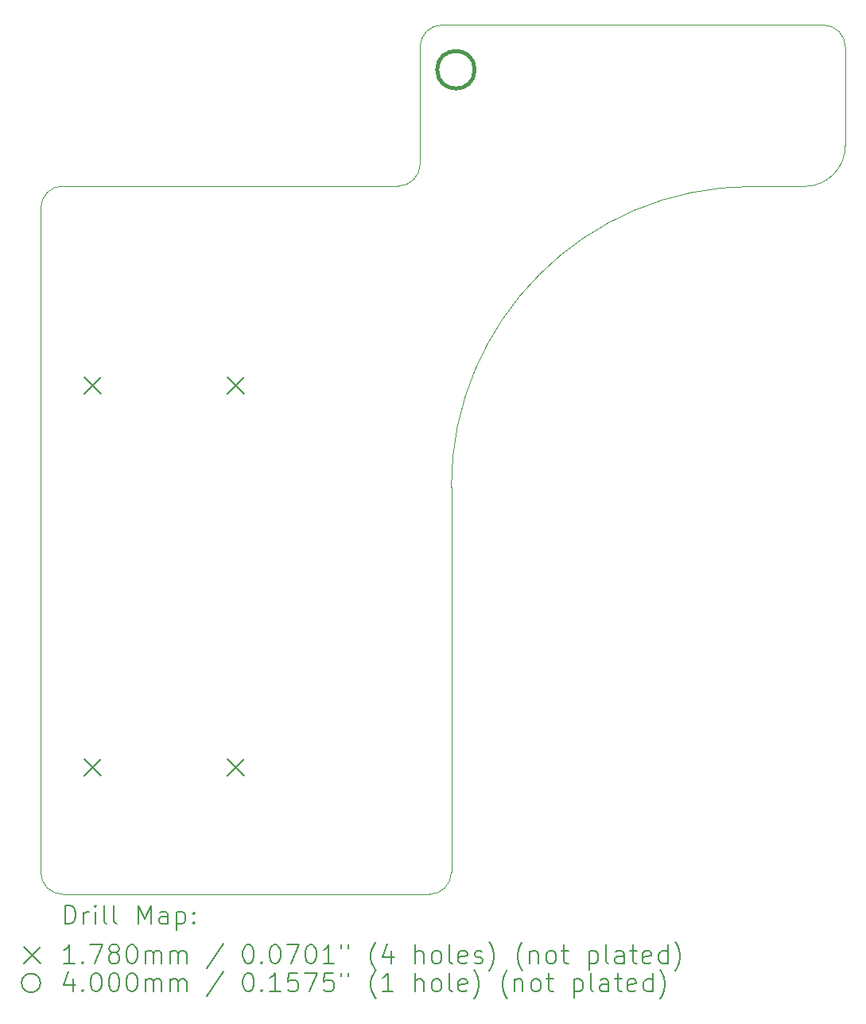
<source format=gbr>
%TF.GenerationSoftware,KiCad,Pcbnew,8.0.5*%
%TF.CreationDate,2024-10-27T18:20:26+00:00*%
%TF.ProjectId,Oric-PS2USB,4f726963-2d50-4533-9255-53422e6b6963,rev?*%
%TF.SameCoordinates,Original*%
%TF.FileFunction,Drillmap*%
%TF.FilePolarity,Positive*%
%FSLAX45Y45*%
G04 Gerber Fmt 4.5, Leading zero omitted, Abs format (unit mm)*
G04 Created by KiCad (PCBNEW 8.0.5) date 2024-10-27 18:20:26*
%MOMM*%
%LPD*%
G01*
G04 APERTURE LIST*
%ADD10C,0.100000*%
%ADD11C,0.200000*%
%ADD12C,0.178000*%
%ADD13C,0.400000*%
G04 APERTURE END LIST*
D10*
X10963036Y-2218000D02*
X6902000Y-2218000D01*
X6669000Y-2451000D02*
X6669000Y-3698244D01*
X6669000Y-2451000D02*
G75*
G02*
X6902000Y-2218000I233000J0D01*
G01*
X7001000Y-11137000D02*
X7001244Y-11235244D01*
X7001000Y-7136000D02*
G75*
G02*
X10201000Y-3936000I3200000J0D01*
G01*
X2863756Y-11468244D02*
G75*
G02*
X2630756Y-11235244I0J233000D01*
G01*
X11196036Y-3500964D02*
X11196036Y-2451000D01*
X10963036Y-2218000D02*
G75*
G02*
X11196040Y-2451000I4J-233000D01*
G01*
X7001000Y-7136000D02*
X7001000Y-11137000D01*
X7001244Y-11235244D02*
G75*
G02*
X6768244Y-11468244I-233000J0D01*
G01*
X2630756Y-4164756D02*
G75*
G02*
X2863756Y-3931756I233000J0D01*
G01*
X2863756Y-11468244D02*
X6768244Y-11468244D01*
X11196036Y-3500964D02*
G75*
G02*
X10761000Y-3936000I-435036J0D01*
G01*
X2630756Y-4164756D02*
X2630756Y-11235244D01*
X6669000Y-3698244D02*
G75*
G02*
X6436000Y-3931244I-233000J0D01*
G01*
X6436000Y-3931244D02*
X2863756Y-3931756D01*
X10201000Y-3936000D02*
X10761000Y-3936000D01*
D11*
D12*
X3093000Y-5965000D02*
X3271000Y-6143000D01*
X3271000Y-5965000D02*
X3093000Y-6143000D01*
X3093000Y-10029000D02*
X3271000Y-10207000D01*
X3271000Y-10029000D02*
X3093000Y-10207000D01*
X4617000Y-5965000D02*
X4795000Y-6143000D01*
X4795000Y-5965000D02*
X4617000Y-6143000D01*
X4617000Y-10029000D02*
X4795000Y-10207000D01*
X4795000Y-10029000D02*
X4617000Y-10207000D01*
D13*
X7250000Y-2694000D02*
G75*
G02*
X6850000Y-2694000I-200000J0D01*
G01*
X6850000Y-2694000D02*
G75*
G02*
X7250000Y-2694000I200000J0D01*
G01*
D11*
X2886533Y-11784728D02*
X2886533Y-11584728D01*
X2886533Y-11584728D02*
X2934152Y-11584728D01*
X2934152Y-11584728D02*
X2962723Y-11594252D01*
X2962723Y-11594252D02*
X2981771Y-11613299D01*
X2981771Y-11613299D02*
X2991295Y-11632347D01*
X2991295Y-11632347D02*
X3000818Y-11670442D01*
X3000818Y-11670442D02*
X3000818Y-11699014D01*
X3000818Y-11699014D02*
X2991295Y-11737109D01*
X2991295Y-11737109D02*
X2981771Y-11756156D01*
X2981771Y-11756156D02*
X2962723Y-11775204D01*
X2962723Y-11775204D02*
X2934152Y-11784728D01*
X2934152Y-11784728D02*
X2886533Y-11784728D01*
X3086533Y-11784728D02*
X3086533Y-11651394D01*
X3086533Y-11689490D02*
X3096056Y-11670442D01*
X3096056Y-11670442D02*
X3105580Y-11660918D01*
X3105580Y-11660918D02*
X3124628Y-11651394D01*
X3124628Y-11651394D02*
X3143676Y-11651394D01*
X3210342Y-11784728D02*
X3210342Y-11651394D01*
X3210342Y-11584728D02*
X3200818Y-11594252D01*
X3200818Y-11594252D02*
X3210342Y-11603775D01*
X3210342Y-11603775D02*
X3219866Y-11594252D01*
X3219866Y-11594252D02*
X3210342Y-11584728D01*
X3210342Y-11584728D02*
X3210342Y-11603775D01*
X3334152Y-11784728D02*
X3315104Y-11775204D01*
X3315104Y-11775204D02*
X3305580Y-11756156D01*
X3305580Y-11756156D02*
X3305580Y-11584728D01*
X3438914Y-11784728D02*
X3419866Y-11775204D01*
X3419866Y-11775204D02*
X3410342Y-11756156D01*
X3410342Y-11756156D02*
X3410342Y-11584728D01*
X3667485Y-11784728D02*
X3667485Y-11584728D01*
X3667485Y-11584728D02*
X3734152Y-11727585D01*
X3734152Y-11727585D02*
X3800818Y-11584728D01*
X3800818Y-11584728D02*
X3800818Y-11784728D01*
X3981771Y-11784728D02*
X3981771Y-11679966D01*
X3981771Y-11679966D02*
X3972247Y-11660918D01*
X3972247Y-11660918D02*
X3953199Y-11651394D01*
X3953199Y-11651394D02*
X3915104Y-11651394D01*
X3915104Y-11651394D02*
X3896056Y-11660918D01*
X3981771Y-11775204D02*
X3962723Y-11784728D01*
X3962723Y-11784728D02*
X3915104Y-11784728D01*
X3915104Y-11784728D02*
X3896056Y-11775204D01*
X3896056Y-11775204D02*
X3886533Y-11756156D01*
X3886533Y-11756156D02*
X3886533Y-11737109D01*
X3886533Y-11737109D02*
X3896056Y-11718061D01*
X3896056Y-11718061D02*
X3915104Y-11708537D01*
X3915104Y-11708537D02*
X3962723Y-11708537D01*
X3962723Y-11708537D02*
X3981771Y-11699014D01*
X4077009Y-11651394D02*
X4077009Y-11851394D01*
X4077009Y-11660918D02*
X4096056Y-11651394D01*
X4096056Y-11651394D02*
X4134152Y-11651394D01*
X4134152Y-11651394D02*
X4153199Y-11660918D01*
X4153199Y-11660918D02*
X4162723Y-11670442D01*
X4162723Y-11670442D02*
X4172247Y-11689490D01*
X4172247Y-11689490D02*
X4172247Y-11746633D01*
X4172247Y-11746633D02*
X4162723Y-11765680D01*
X4162723Y-11765680D02*
X4153199Y-11775204D01*
X4153199Y-11775204D02*
X4134152Y-11784728D01*
X4134152Y-11784728D02*
X4096056Y-11784728D01*
X4096056Y-11784728D02*
X4077009Y-11775204D01*
X4257961Y-11765680D02*
X4267485Y-11775204D01*
X4267485Y-11775204D02*
X4257961Y-11784728D01*
X4257961Y-11784728D02*
X4248438Y-11775204D01*
X4248438Y-11775204D02*
X4257961Y-11765680D01*
X4257961Y-11765680D02*
X4257961Y-11784728D01*
X4257961Y-11660918D02*
X4267485Y-11670442D01*
X4267485Y-11670442D02*
X4257961Y-11679966D01*
X4257961Y-11679966D02*
X4248438Y-11670442D01*
X4248438Y-11670442D02*
X4257961Y-11660918D01*
X4257961Y-11660918D02*
X4257961Y-11679966D01*
D12*
X2447756Y-12024244D02*
X2625756Y-12202244D01*
X2625756Y-12024244D02*
X2447756Y-12202244D01*
D11*
X2991295Y-12204728D02*
X2877009Y-12204728D01*
X2934152Y-12204728D02*
X2934152Y-12004728D01*
X2934152Y-12004728D02*
X2915104Y-12033299D01*
X2915104Y-12033299D02*
X2896056Y-12052347D01*
X2896056Y-12052347D02*
X2877009Y-12061871D01*
X3077009Y-12185680D02*
X3086533Y-12195204D01*
X3086533Y-12195204D02*
X3077009Y-12204728D01*
X3077009Y-12204728D02*
X3067485Y-12195204D01*
X3067485Y-12195204D02*
X3077009Y-12185680D01*
X3077009Y-12185680D02*
X3077009Y-12204728D01*
X3153199Y-12004728D02*
X3286533Y-12004728D01*
X3286533Y-12004728D02*
X3200818Y-12204728D01*
X3391295Y-12090442D02*
X3372247Y-12080918D01*
X3372247Y-12080918D02*
X3362723Y-12071394D01*
X3362723Y-12071394D02*
X3353199Y-12052347D01*
X3353199Y-12052347D02*
X3353199Y-12042823D01*
X3353199Y-12042823D02*
X3362723Y-12023775D01*
X3362723Y-12023775D02*
X3372247Y-12014252D01*
X3372247Y-12014252D02*
X3391295Y-12004728D01*
X3391295Y-12004728D02*
X3429390Y-12004728D01*
X3429390Y-12004728D02*
X3448437Y-12014252D01*
X3448437Y-12014252D02*
X3457961Y-12023775D01*
X3457961Y-12023775D02*
X3467485Y-12042823D01*
X3467485Y-12042823D02*
X3467485Y-12052347D01*
X3467485Y-12052347D02*
X3457961Y-12071394D01*
X3457961Y-12071394D02*
X3448437Y-12080918D01*
X3448437Y-12080918D02*
X3429390Y-12090442D01*
X3429390Y-12090442D02*
X3391295Y-12090442D01*
X3391295Y-12090442D02*
X3372247Y-12099966D01*
X3372247Y-12099966D02*
X3362723Y-12109490D01*
X3362723Y-12109490D02*
X3353199Y-12128537D01*
X3353199Y-12128537D02*
X3353199Y-12166633D01*
X3353199Y-12166633D02*
X3362723Y-12185680D01*
X3362723Y-12185680D02*
X3372247Y-12195204D01*
X3372247Y-12195204D02*
X3391295Y-12204728D01*
X3391295Y-12204728D02*
X3429390Y-12204728D01*
X3429390Y-12204728D02*
X3448437Y-12195204D01*
X3448437Y-12195204D02*
X3457961Y-12185680D01*
X3457961Y-12185680D02*
X3467485Y-12166633D01*
X3467485Y-12166633D02*
X3467485Y-12128537D01*
X3467485Y-12128537D02*
X3457961Y-12109490D01*
X3457961Y-12109490D02*
X3448437Y-12099966D01*
X3448437Y-12099966D02*
X3429390Y-12090442D01*
X3591295Y-12004728D02*
X3610342Y-12004728D01*
X3610342Y-12004728D02*
X3629390Y-12014252D01*
X3629390Y-12014252D02*
X3638914Y-12023775D01*
X3638914Y-12023775D02*
X3648437Y-12042823D01*
X3648437Y-12042823D02*
X3657961Y-12080918D01*
X3657961Y-12080918D02*
X3657961Y-12128537D01*
X3657961Y-12128537D02*
X3648437Y-12166633D01*
X3648437Y-12166633D02*
X3638914Y-12185680D01*
X3638914Y-12185680D02*
X3629390Y-12195204D01*
X3629390Y-12195204D02*
X3610342Y-12204728D01*
X3610342Y-12204728D02*
X3591295Y-12204728D01*
X3591295Y-12204728D02*
X3572247Y-12195204D01*
X3572247Y-12195204D02*
X3562723Y-12185680D01*
X3562723Y-12185680D02*
X3553199Y-12166633D01*
X3553199Y-12166633D02*
X3543676Y-12128537D01*
X3543676Y-12128537D02*
X3543676Y-12080918D01*
X3543676Y-12080918D02*
X3553199Y-12042823D01*
X3553199Y-12042823D02*
X3562723Y-12023775D01*
X3562723Y-12023775D02*
X3572247Y-12014252D01*
X3572247Y-12014252D02*
X3591295Y-12004728D01*
X3743676Y-12204728D02*
X3743676Y-12071394D01*
X3743676Y-12090442D02*
X3753199Y-12080918D01*
X3753199Y-12080918D02*
X3772247Y-12071394D01*
X3772247Y-12071394D02*
X3800818Y-12071394D01*
X3800818Y-12071394D02*
X3819866Y-12080918D01*
X3819866Y-12080918D02*
X3829390Y-12099966D01*
X3829390Y-12099966D02*
X3829390Y-12204728D01*
X3829390Y-12099966D02*
X3838914Y-12080918D01*
X3838914Y-12080918D02*
X3857961Y-12071394D01*
X3857961Y-12071394D02*
X3886533Y-12071394D01*
X3886533Y-12071394D02*
X3905580Y-12080918D01*
X3905580Y-12080918D02*
X3915104Y-12099966D01*
X3915104Y-12099966D02*
X3915104Y-12204728D01*
X4010342Y-12204728D02*
X4010342Y-12071394D01*
X4010342Y-12090442D02*
X4019866Y-12080918D01*
X4019866Y-12080918D02*
X4038914Y-12071394D01*
X4038914Y-12071394D02*
X4067485Y-12071394D01*
X4067485Y-12071394D02*
X4086533Y-12080918D01*
X4086533Y-12080918D02*
X4096057Y-12099966D01*
X4096057Y-12099966D02*
X4096057Y-12204728D01*
X4096057Y-12099966D02*
X4105580Y-12080918D01*
X4105580Y-12080918D02*
X4124628Y-12071394D01*
X4124628Y-12071394D02*
X4153199Y-12071394D01*
X4153199Y-12071394D02*
X4172247Y-12080918D01*
X4172247Y-12080918D02*
X4181771Y-12099966D01*
X4181771Y-12099966D02*
X4181771Y-12204728D01*
X4572247Y-11995204D02*
X4400819Y-12252347D01*
X4829390Y-12004728D02*
X4848438Y-12004728D01*
X4848438Y-12004728D02*
X4867485Y-12014252D01*
X4867485Y-12014252D02*
X4877009Y-12023775D01*
X4877009Y-12023775D02*
X4886533Y-12042823D01*
X4886533Y-12042823D02*
X4896057Y-12080918D01*
X4896057Y-12080918D02*
X4896057Y-12128537D01*
X4896057Y-12128537D02*
X4886533Y-12166633D01*
X4886533Y-12166633D02*
X4877009Y-12185680D01*
X4877009Y-12185680D02*
X4867485Y-12195204D01*
X4867485Y-12195204D02*
X4848438Y-12204728D01*
X4848438Y-12204728D02*
X4829390Y-12204728D01*
X4829390Y-12204728D02*
X4810342Y-12195204D01*
X4810342Y-12195204D02*
X4800819Y-12185680D01*
X4800819Y-12185680D02*
X4791295Y-12166633D01*
X4791295Y-12166633D02*
X4781771Y-12128537D01*
X4781771Y-12128537D02*
X4781771Y-12080918D01*
X4781771Y-12080918D02*
X4791295Y-12042823D01*
X4791295Y-12042823D02*
X4800819Y-12023775D01*
X4800819Y-12023775D02*
X4810342Y-12014252D01*
X4810342Y-12014252D02*
X4829390Y-12004728D01*
X4981771Y-12185680D02*
X4991295Y-12195204D01*
X4991295Y-12195204D02*
X4981771Y-12204728D01*
X4981771Y-12204728D02*
X4972247Y-12195204D01*
X4972247Y-12195204D02*
X4981771Y-12185680D01*
X4981771Y-12185680D02*
X4981771Y-12204728D01*
X5115104Y-12004728D02*
X5134152Y-12004728D01*
X5134152Y-12004728D02*
X5153200Y-12014252D01*
X5153200Y-12014252D02*
X5162723Y-12023775D01*
X5162723Y-12023775D02*
X5172247Y-12042823D01*
X5172247Y-12042823D02*
X5181771Y-12080918D01*
X5181771Y-12080918D02*
X5181771Y-12128537D01*
X5181771Y-12128537D02*
X5172247Y-12166633D01*
X5172247Y-12166633D02*
X5162723Y-12185680D01*
X5162723Y-12185680D02*
X5153200Y-12195204D01*
X5153200Y-12195204D02*
X5134152Y-12204728D01*
X5134152Y-12204728D02*
X5115104Y-12204728D01*
X5115104Y-12204728D02*
X5096057Y-12195204D01*
X5096057Y-12195204D02*
X5086533Y-12185680D01*
X5086533Y-12185680D02*
X5077009Y-12166633D01*
X5077009Y-12166633D02*
X5067485Y-12128537D01*
X5067485Y-12128537D02*
X5067485Y-12080918D01*
X5067485Y-12080918D02*
X5077009Y-12042823D01*
X5077009Y-12042823D02*
X5086533Y-12023775D01*
X5086533Y-12023775D02*
X5096057Y-12014252D01*
X5096057Y-12014252D02*
X5115104Y-12004728D01*
X5248438Y-12004728D02*
X5381771Y-12004728D01*
X5381771Y-12004728D02*
X5296057Y-12204728D01*
X5496057Y-12004728D02*
X5515104Y-12004728D01*
X5515104Y-12004728D02*
X5534152Y-12014252D01*
X5534152Y-12014252D02*
X5543676Y-12023775D01*
X5543676Y-12023775D02*
X5553200Y-12042823D01*
X5553200Y-12042823D02*
X5562723Y-12080918D01*
X5562723Y-12080918D02*
X5562723Y-12128537D01*
X5562723Y-12128537D02*
X5553200Y-12166633D01*
X5553200Y-12166633D02*
X5543676Y-12185680D01*
X5543676Y-12185680D02*
X5534152Y-12195204D01*
X5534152Y-12195204D02*
X5515104Y-12204728D01*
X5515104Y-12204728D02*
X5496057Y-12204728D01*
X5496057Y-12204728D02*
X5477009Y-12195204D01*
X5477009Y-12195204D02*
X5467485Y-12185680D01*
X5467485Y-12185680D02*
X5457962Y-12166633D01*
X5457962Y-12166633D02*
X5448438Y-12128537D01*
X5448438Y-12128537D02*
X5448438Y-12080918D01*
X5448438Y-12080918D02*
X5457962Y-12042823D01*
X5457962Y-12042823D02*
X5467485Y-12023775D01*
X5467485Y-12023775D02*
X5477009Y-12014252D01*
X5477009Y-12014252D02*
X5496057Y-12004728D01*
X5753200Y-12204728D02*
X5638914Y-12204728D01*
X5696057Y-12204728D02*
X5696057Y-12004728D01*
X5696057Y-12004728D02*
X5677009Y-12033299D01*
X5677009Y-12033299D02*
X5657961Y-12052347D01*
X5657961Y-12052347D02*
X5638914Y-12061871D01*
X5829390Y-12004728D02*
X5829390Y-12042823D01*
X5905581Y-12004728D02*
X5905581Y-12042823D01*
X6200819Y-12280918D02*
X6191295Y-12271394D01*
X6191295Y-12271394D02*
X6172247Y-12242823D01*
X6172247Y-12242823D02*
X6162723Y-12223775D01*
X6162723Y-12223775D02*
X6153200Y-12195204D01*
X6153200Y-12195204D02*
X6143676Y-12147585D01*
X6143676Y-12147585D02*
X6143676Y-12109490D01*
X6143676Y-12109490D02*
X6153200Y-12061871D01*
X6153200Y-12061871D02*
X6162723Y-12033299D01*
X6162723Y-12033299D02*
X6172247Y-12014252D01*
X6172247Y-12014252D02*
X6191295Y-11985680D01*
X6191295Y-11985680D02*
X6200819Y-11976156D01*
X6362723Y-12071394D02*
X6362723Y-12204728D01*
X6315104Y-11995204D02*
X6267485Y-12138061D01*
X6267485Y-12138061D02*
X6391295Y-12138061D01*
X6619866Y-12204728D02*
X6619866Y-12004728D01*
X6705581Y-12204728D02*
X6705581Y-12099966D01*
X6705581Y-12099966D02*
X6696057Y-12080918D01*
X6696057Y-12080918D02*
X6677009Y-12071394D01*
X6677009Y-12071394D02*
X6648438Y-12071394D01*
X6648438Y-12071394D02*
X6629390Y-12080918D01*
X6629390Y-12080918D02*
X6619866Y-12090442D01*
X6829390Y-12204728D02*
X6810343Y-12195204D01*
X6810343Y-12195204D02*
X6800819Y-12185680D01*
X6800819Y-12185680D02*
X6791295Y-12166633D01*
X6791295Y-12166633D02*
X6791295Y-12109490D01*
X6791295Y-12109490D02*
X6800819Y-12090442D01*
X6800819Y-12090442D02*
X6810343Y-12080918D01*
X6810343Y-12080918D02*
X6829390Y-12071394D01*
X6829390Y-12071394D02*
X6857962Y-12071394D01*
X6857962Y-12071394D02*
X6877009Y-12080918D01*
X6877009Y-12080918D02*
X6886533Y-12090442D01*
X6886533Y-12090442D02*
X6896057Y-12109490D01*
X6896057Y-12109490D02*
X6896057Y-12166633D01*
X6896057Y-12166633D02*
X6886533Y-12185680D01*
X6886533Y-12185680D02*
X6877009Y-12195204D01*
X6877009Y-12195204D02*
X6857962Y-12204728D01*
X6857962Y-12204728D02*
X6829390Y-12204728D01*
X7010343Y-12204728D02*
X6991295Y-12195204D01*
X6991295Y-12195204D02*
X6981771Y-12176156D01*
X6981771Y-12176156D02*
X6981771Y-12004728D01*
X7162724Y-12195204D02*
X7143676Y-12204728D01*
X7143676Y-12204728D02*
X7105581Y-12204728D01*
X7105581Y-12204728D02*
X7086533Y-12195204D01*
X7086533Y-12195204D02*
X7077009Y-12176156D01*
X7077009Y-12176156D02*
X7077009Y-12099966D01*
X7077009Y-12099966D02*
X7086533Y-12080918D01*
X7086533Y-12080918D02*
X7105581Y-12071394D01*
X7105581Y-12071394D02*
X7143676Y-12071394D01*
X7143676Y-12071394D02*
X7162724Y-12080918D01*
X7162724Y-12080918D02*
X7172247Y-12099966D01*
X7172247Y-12099966D02*
X7172247Y-12119014D01*
X7172247Y-12119014D02*
X7077009Y-12138061D01*
X7248438Y-12195204D02*
X7267485Y-12204728D01*
X7267485Y-12204728D02*
X7305581Y-12204728D01*
X7305581Y-12204728D02*
X7324628Y-12195204D01*
X7324628Y-12195204D02*
X7334152Y-12176156D01*
X7334152Y-12176156D02*
X7334152Y-12166633D01*
X7334152Y-12166633D02*
X7324628Y-12147585D01*
X7324628Y-12147585D02*
X7305581Y-12138061D01*
X7305581Y-12138061D02*
X7277009Y-12138061D01*
X7277009Y-12138061D02*
X7257962Y-12128537D01*
X7257962Y-12128537D02*
X7248438Y-12109490D01*
X7248438Y-12109490D02*
X7248438Y-12099966D01*
X7248438Y-12099966D02*
X7257962Y-12080918D01*
X7257962Y-12080918D02*
X7277009Y-12071394D01*
X7277009Y-12071394D02*
X7305581Y-12071394D01*
X7305581Y-12071394D02*
X7324628Y-12080918D01*
X7400819Y-12280918D02*
X7410343Y-12271394D01*
X7410343Y-12271394D02*
X7429390Y-12242823D01*
X7429390Y-12242823D02*
X7438914Y-12223775D01*
X7438914Y-12223775D02*
X7448438Y-12195204D01*
X7448438Y-12195204D02*
X7457962Y-12147585D01*
X7457962Y-12147585D02*
X7457962Y-12109490D01*
X7457962Y-12109490D02*
X7448438Y-12061871D01*
X7448438Y-12061871D02*
X7438914Y-12033299D01*
X7438914Y-12033299D02*
X7429390Y-12014252D01*
X7429390Y-12014252D02*
X7410343Y-11985680D01*
X7410343Y-11985680D02*
X7400819Y-11976156D01*
X7762724Y-12280918D02*
X7753200Y-12271394D01*
X7753200Y-12271394D02*
X7734152Y-12242823D01*
X7734152Y-12242823D02*
X7724628Y-12223775D01*
X7724628Y-12223775D02*
X7715105Y-12195204D01*
X7715105Y-12195204D02*
X7705581Y-12147585D01*
X7705581Y-12147585D02*
X7705581Y-12109490D01*
X7705581Y-12109490D02*
X7715105Y-12061871D01*
X7715105Y-12061871D02*
X7724628Y-12033299D01*
X7724628Y-12033299D02*
X7734152Y-12014252D01*
X7734152Y-12014252D02*
X7753200Y-11985680D01*
X7753200Y-11985680D02*
X7762724Y-11976156D01*
X7838914Y-12071394D02*
X7838914Y-12204728D01*
X7838914Y-12090442D02*
X7848438Y-12080918D01*
X7848438Y-12080918D02*
X7867485Y-12071394D01*
X7867485Y-12071394D02*
X7896057Y-12071394D01*
X7896057Y-12071394D02*
X7915105Y-12080918D01*
X7915105Y-12080918D02*
X7924628Y-12099966D01*
X7924628Y-12099966D02*
X7924628Y-12204728D01*
X8048438Y-12204728D02*
X8029390Y-12195204D01*
X8029390Y-12195204D02*
X8019866Y-12185680D01*
X8019866Y-12185680D02*
X8010343Y-12166633D01*
X8010343Y-12166633D02*
X8010343Y-12109490D01*
X8010343Y-12109490D02*
X8019866Y-12090442D01*
X8019866Y-12090442D02*
X8029390Y-12080918D01*
X8029390Y-12080918D02*
X8048438Y-12071394D01*
X8048438Y-12071394D02*
X8077009Y-12071394D01*
X8077009Y-12071394D02*
X8096057Y-12080918D01*
X8096057Y-12080918D02*
X8105581Y-12090442D01*
X8105581Y-12090442D02*
X8115105Y-12109490D01*
X8115105Y-12109490D02*
X8115105Y-12166633D01*
X8115105Y-12166633D02*
X8105581Y-12185680D01*
X8105581Y-12185680D02*
X8096057Y-12195204D01*
X8096057Y-12195204D02*
X8077009Y-12204728D01*
X8077009Y-12204728D02*
X8048438Y-12204728D01*
X8172247Y-12071394D02*
X8248438Y-12071394D01*
X8200819Y-12004728D02*
X8200819Y-12176156D01*
X8200819Y-12176156D02*
X8210343Y-12195204D01*
X8210343Y-12195204D02*
X8229390Y-12204728D01*
X8229390Y-12204728D02*
X8248438Y-12204728D01*
X8467486Y-12071394D02*
X8467486Y-12271394D01*
X8467486Y-12080918D02*
X8486533Y-12071394D01*
X8486533Y-12071394D02*
X8524629Y-12071394D01*
X8524629Y-12071394D02*
X8543676Y-12080918D01*
X8543676Y-12080918D02*
X8553200Y-12090442D01*
X8553200Y-12090442D02*
X8562724Y-12109490D01*
X8562724Y-12109490D02*
X8562724Y-12166633D01*
X8562724Y-12166633D02*
X8553200Y-12185680D01*
X8553200Y-12185680D02*
X8543676Y-12195204D01*
X8543676Y-12195204D02*
X8524629Y-12204728D01*
X8524629Y-12204728D02*
X8486533Y-12204728D01*
X8486533Y-12204728D02*
X8467486Y-12195204D01*
X8677009Y-12204728D02*
X8657962Y-12195204D01*
X8657962Y-12195204D02*
X8648438Y-12176156D01*
X8648438Y-12176156D02*
X8648438Y-12004728D01*
X8838914Y-12204728D02*
X8838914Y-12099966D01*
X8838914Y-12099966D02*
X8829390Y-12080918D01*
X8829390Y-12080918D02*
X8810343Y-12071394D01*
X8810343Y-12071394D02*
X8772248Y-12071394D01*
X8772248Y-12071394D02*
X8753200Y-12080918D01*
X8838914Y-12195204D02*
X8819867Y-12204728D01*
X8819867Y-12204728D02*
X8772248Y-12204728D01*
X8772248Y-12204728D02*
X8753200Y-12195204D01*
X8753200Y-12195204D02*
X8743676Y-12176156D01*
X8743676Y-12176156D02*
X8743676Y-12157109D01*
X8743676Y-12157109D02*
X8753200Y-12138061D01*
X8753200Y-12138061D02*
X8772248Y-12128537D01*
X8772248Y-12128537D02*
X8819867Y-12128537D01*
X8819867Y-12128537D02*
X8838914Y-12119014D01*
X8905581Y-12071394D02*
X8981771Y-12071394D01*
X8934152Y-12004728D02*
X8934152Y-12176156D01*
X8934152Y-12176156D02*
X8943676Y-12195204D01*
X8943676Y-12195204D02*
X8962724Y-12204728D01*
X8962724Y-12204728D02*
X8981771Y-12204728D01*
X9124629Y-12195204D02*
X9105581Y-12204728D01*
X9105581Y-12204728D02*
X9067486Y-12204728D01*
X9067486Y-12204728D02*
X9048438Y-12195204D01*
X9048438Y-12195204D02*
X9038914Y-12176156D01*
X9038914Y-12176156D02*
X9038914Y-12099966D01*
X9038914Y-12099966D02*
X9048438Y-12080918D01*
X9048438Y-12080918D02*
X9067486Y-12071394D01*
X9067486Y-12071394D02*
X9105581Y-12071394D01*
X9105581Y-12071394D02*
X9124629Y-12080918D01*
X9124629Y-12080918D02*
X9134152Y-12099966D01*
X9134152Y-12099966D02*
X9134152Y-12119014D01*
X9134152Y-12119014D02*
X9038914Y-12138061D01*
X9305581Y-12204728D02*
X9305581Y-12004728D01*
X9305581Y-12195204D02*
X9286533Y-12204728D01*
X9286533Y-12204728D02*
X9248438Y-12204728D01*
X9248438Y-12204728D02*
X9229390Y-12195204D01*
X9229390Y-12195204D02*
X9219867Y-12185680D01*
X9219867Y-12185680D02*
X9210343Y-12166633D01*
X9210343Y-12166633D02*
X9210343Y-12109490D01*
X9210343Y-12109490D02*
X9219867Y-12090442D01*
X9219867Y-12090442D02*
X9229390Y-12080918D01*
X9229390Y-12080918D02*
X9248438Y-12071394D01*
X9248438Y-12071394D02*
X9286533Y-12071394D01*
X9286533Y-12071394D02*
X9305581Y-12080918D01*
X9381771Y-12280918D02*
X9391295Y-12271394D01*
X9391295Y-12271394D02*
X9410343Y-12242823D01*
X9410343Y-12242823D02*
X9419867Y-12223775D01*
X9419867Y-12223775D02*
X9429390Y-12195204D01*
X9429390Y-12195204D02*
X9438914Y-12147585D01*
X9438914Y-12147585D02*
X9438914Y-12109490D01*
X9438914Y-12109490D02*
X9429390Y-12061871D01*
X9429390Y-12061871D02*
X9419867Y-12033299D01*
X9419867Y-12033299D02*
X9410343Y-12014252D01*
X9410343Y-12014252D02*
X9391295Y-11985680D01*
X9391295Y-11985680D02*
X9381771Y-11976156D01*
X2625756Y-12411244D02*
G75*
G02*
X2425756Y-12411244I-100000J0D01*
G01*
X2425756Y-12411244D02*
G75*
G02*
X2625756Y-12411244I100000J0D01*
G01*
X2972247Y-12369394D02*
X2972247Y-12502728D01*
X2924628Y-12293204D02*
X2877009Y-12436061D01*
X2877009Y-12436061D02*
X3000818Y-12436061D01*
X3077009Y-12483680D02*
X3086533Y-12493204D01*
X3086533Y-12493204D02*
X3077009Y-12502728D01*
X3077009Y-12502728D02*
X3067485Y-12493204D01*
X3067485Y-12493204D02*
X3077009Y-12483680D01*
X3077009Y-12483680D02*
X3077009Y-12502728D01*
X3210342Y-12302728D02*
X3229390Y-12302728D01*
X3229390Y-12302728D02*
X3248437Y-12312252D01*
X3248437Y-12312252D02*
X3257961Y-12321775D01*
X3257961Y-12321775D02*
X3267485Y-12340823D01*
X3267485Y-12340823D02*
X3277009Y-12378918D01*
X3277009Y-12378918D02*
X3277009Y-12426537D01*
X3277009Y-12426537D02*
X3267485Y-12464633D01*
X3267485Y-12464633D02*
X3257961Y-12483680D01*
X3257961Y-12483680D02*
X3248437Y-12493204D01*
X3248437Y-12493204D02*
X3229390Y-12502728D01*
X3229390Y-12502728D02*
X3210342Y-12502728D01*
X3210342Y-12502728D02*
X3191295Y-12493204D01*
X3191295Y-12493204D02*
X3181771Y-12483680D01*
X3181771Y-12483680D02*
X3172247Y-12464633D01*
X3172247Y-12464633D02*
X3162723Y-12426537D01*
X3162723Y-12426537D02*
X3162723Y-12378918D01*
X3162723Y-12378918D02*
X3172247Y-12340823D01*
X3172247Y-12340823D02*
X3181771Y-12321775D01*
X3181771Y-12321775D02*
X3191295Y-12312252D01*
X3191295Y-12312252D02*
X3210342Y-12302728D01*
X3400818Y-12302728D02*
X3419866Y-12302728D01*
X3419866Y-12302728D02*
X3438914Y-12312252D01*
X3438914Y-12312252D02*
X3448437Y-12321775D01*
X3448437Y-12321775D02*
X3457961Y-12340823D01*
X3457961Y-12340823D02*
X3467485Y-12378918D01*
X3467485Y-12378918D02*
X3467485Y-12426537D01*
X3467485Y-12426537D02*
X3457961Y-12464633D01*
X3457961Y-12464633D02*
X3448437Y-12483680D01*
X3448437Y-12483680D02*
X3438914Y-12493204D01*
X3438914Y-12493204D02*
X3419866Y-12502728D01*
X3419866Y-12502728D02*
X3400818Y-12502728D01*
X3400818Y-12502728D02*
X3381771Y-12493204D01*
X3381771Y-12493204D02*
X3372247Y-12483680D01*
X3372247Y-12483680D02*
X3362723Y-12464633D01*
X3362723Y-12464633D02*
X3353199Y-12426537D01*
X3353199Y-12426537D02*
X3353199Y-12378918D01*
X3353199Y-12378918D02*
X3362723Y-12340823D01*
X3362723Y-12340823D02*
X3372247Y-12321775D01*
X3372247Y-12321775D02*
X3381771Y-12312252D01*
X3381771Y-12312252D02*
X3400818Y-12302728D01*
X3591295Y-12302728D02*
X3610342Y-12302728D01*
X3610342Y-12302728D02*
X3629390Y-12312252D01*
X3629390Y-12312252D02*
X3638914Y-12321775D01*
X3638914Y-12321775D02*
X3648437Y-12340823D01*
X3648437Y-12340823D02*
X3657961Y-12378918D01*
X3657961Y-12378918D02*
X3657961Y-12426537D01*
X3657961Y-12426537D02*
X3648437Y-12464633D01*
X3648437Y-12464633D02*
X3638914Y-12483680D01*
X3638914Y-12483680D02*
X3629390Y-12493204D01*
X3629390Y-12493204D02*
X3610342Y-12502728D01*
X3610342Y-12502728D02*
X3591295Y-12502728D01*
X3591295Y-12502728D02*
X3572247Y-12493204D01*
X3572247Y-12493204D02*
X3562723Y-12483680D01*
X3562723Y-12483680D02*
X3553199Y-12464633D01*
X3553199Y-12464633D02*
X3543676Y-12426537D01*
X3543676Y-12426537D02*
X3543676Y-12378918D01*
X3543676Y-12378918D02*
X3553199Y-12340823D01*
X3553199Y-12340823D02*
X3562723Y-12321775D01*
X3562723Y-12321775D02*
X3572247Y-12312252D01*
X3572247Y-12312252D02*
X3591295Y-12302728D01*
X3743676Y-12502728D02*
X3743676Y-12369394D01*
X3743676Y-12388442D02*
X3753199Y-12378918D01*
X3753199Y-12378918D02*
X3772247Y-12369394D01*
X3772247Y-12369394D02*
X3800818Y-12369394D01*
X3800818Y-12369394D02*
X3819866Y-12378918D01*
X3819866Y-12378918D02*
X3829390Y-12397966D01*
X3829390Y-12397966D02*
X3829390Y-12502728D01*
X3829390Y-12397966D02*
X3838914Y-12378918D01*
X3838914Y-12378918D02*
X3857961Y-12369394D01*
X3857961Y-12369394D02*
X3886533Y-12369394D01*
X3886533Y-12369394D02*
X3905580Y-12378918D01*
X3905580Y-12378918D02*
X3915104Y-12397966D01*
X3915104Y-12397966D02*
X3915104Y-12502728D01*
X4010342Y-12502728D02*
X4010342Y-12369394D01*
X4010342Y-12388442D02*
X4019866Y-12378918D01*
X4019866Y-12378918D02*
X4038914Y-12369394D01*
X4038914Y-12369394D02*
X4067485Y-12369394D01*
X4067485Y-12369394D02*
X4086533Y-12378918D01*
X4086533Y-12378918D02*
X4096057Y-12397966D01*
X4096057Y-12397966D02*
X4096057Y-12502728D01*
X4096057Y-12397966D02*
X4105580Y-12378918D01*
X4105580Y-12378918D02*
X4124628Y-12369394D01*
X4124628Y-12369394D02*
X4153199Y-12369394D01*
X4153199Y-12369394D02*
X4172247Y-12378918D01*
X4172247Y-12378918D02*
X4181771Y-12397966D01*
X4181771Y-12397966D02*
X4181771Y-12502728D01*
X4572247Y-12293204D02*
X4400819Y-12550347D01*
X4829390Y-12302728D02*
X4848438Y-12302728D01*
X4848438Y-12302728D02*
X4867485Y-12312252D01*
X4867485Y-12312252D02*
X4877009Y-12321775D01*
X4877009Y-12321775D02*
X4886533Y-12340823D01*
X4886533Y-12340823D02*
X4896057Y-12378918D01*
X4896057Y-12378918D02*
X4896057Y-12426537D01*
X4896057Y-12426537D02*
X4886533Y-12464633D01*
X4886533Y-12464633D02*
X4877009Y-12483680D01*
X4877009Y-12483680D02*
X4867485Y-12493204D01*
X4867485Y-12493204D02*
X4848438Y-12502728D01*
X4848438Y-12502728D02*
X4829390Y-12502728D01*
X4829390Y-12502728D02*
X4810342Y-12493204D01*
X4810342Y-12493204D02*
X4800819Y-12483680D01*
X4800819Y-12483680D02*
X4791295Y-12464633D01*
X4791295Y-12464633D02*
X4781771Y-12426537D01*
X4781771Y-12426537D02*
X4781771Y-12378918D01*
X4781771Y-12378918D02*
X4791295Y-12340823D01*
X4791295Y-12340823D02*
X4800819Y-12321775D01*
X4800819Y-12321775D02*
X4810342Y-12312252D01*
X4810342Y-12312252D02*
X4829390Y-12302728D01*
X4981771Y-12483680D02*
X4991295Y-12493204D01*
X4991295Y-12493204D02*
X4981771Y-12502728D01*
X4981771Y-12502728D02*
X4972247Y-12493204D01*
X4972247Y-12493204D02*
X4981771Y-12483680D01*
X4981771Y-12483680D02*
X4981771Y-12502728D01*
X5181771Y-12502728D02*
X5067485Y-12502728D01*
X5124628Y-12502728D02*
X5124628Y-12302728D01*
X5124628Y-12302728D02*
X5105581Y-12331299D01*
X5105581Y-12331299D02*
X5086533Y-12350347D01*
X5086533Y-12350347D02*
X5067485Y-12359871D01*
X5362723Y-12302728D02*
X5267485Y-12302728D01*
X5267485Y-12302728D02*
X5257962Y-12397966D01*
X5257962Y-12397966D02*
X5267485Y-12388442D01*
X5267485Y-12388442D02*
X5286533Y-12378918D01*
X5286533Y-12378918D02*
X5334152Y-12378918D01*
X5334152Y-12378918D02*
X5353200Y-12388442D01*
X5353200Y-12388442D02*
X5362723Y-12397966D01*
X5362723Y-12397966D02*
X5372247Y-12417014D01*
X5372247Y-12417014D02*
X5372247Y-12464633D01*
X5372247Y-12464633D02*
X5362723Y-12483680D01*
X5362723Y-12483680D02*
X5353200Y-12493204D01*
X5353200Y-12493204D02*
X5334152Y-12502728D01*
X5334152Y-12502728D02*
X5286533Y-12502728D01*
X5286533Y-12502728D02*
X5267485Y-12493204D01*
X5267485Y-12493204D02*
X5257962Y-12483680D01*
X5438914Y-12302728D02*
X5572247Y-12302728D01*
X5572247Y-12302728D02*
X5486533Y-12502728D01*
X5743676Y-12302728D02*
X5648438Y-12302728D01*
X5648438Y-12302728D02*
X5638914Y-12397966D01*
X5638914Y-12397966D02*
X5648438Y-12388442D01*
X5648438Y-12388442D02*
X5667485Y-12378918D01*
X5667485Y-12378918D02*
X5715104Y-12378918D01*
X5715104Y-12378918D02*
X5734152Y-12388442D01*
X5734152Y-12388442D02*
X5743676Y-12397966D01*
X5743676Y-12397966D02*
X5753200Y-12417014D01*
X5753200Y-12417014D02*
X5753200Y-12464633D01*
X5753200Y-12464633D02*
X5743676Y-12483680D01*
X5743676Y-12483680D02*
X5734152Y-12493204D01*
X5734152Y-12493204D02*
X5715104Y-12502728D01*
X5715104Y-12502728D02*
X5667485Y-12502728D01*
X5667485Y-12502728D02*
X5648438Y-12493204D01*
X5648438Y-12493204D02*
X5638914Y-12483680D01*
X5829390Y-12302728D02*
X5829390Y-12340823D01*
X5905581Y-12302728D02*
X5905581Y-12340823D01*
X6200819Y-12578918D02*
X6191295Y-12569394D01*
X6191295Y-12569394D02*
X6172247Y-12540823D01*
X6172247Y-12540823D02*
X6162723Y-12521775D01*
X6162723Y-12521775D02*
X6153200Y-12493204D01*
X6153200Y-12493204D02*
X6143676Y-12445585D01*
X6143676Y-12445585D02*
X6143676Y-12407490D01*
X6143676Y-12407490D02*
X6153200Y-12359871D01*
X6153200Y-12359871D02*
X6162723Y-12331299D01*
X6162723Y-12331299D02*
X6172247Y-12312252D01*
X6172247Y-12312252D02*
X6191295Y-12283680D01*
X6191295Y-12283680D02*
X6200819Y-12274156D01*
X6381771Y-12502728D02*
X6267485Y-12502728D01*
X6324628Y-12502728D02*
X6324628Y-12302728D01*
X6324628Y-12302728D02*
X6305581Y-12331299D01*
X6305581Y-12331299D02*
X6286533Y-12350347D01*
X6286533Y-12350347D02*
X6267485Y-12359871D01*
X6619866Y-12502728D02*
X6619866Y-12302728D01*
X6705581Y-12502728D02*
X6705581Y-12397966D01*
X6705581Y-12397966D02*
X6696057Y-12378918D01*
X6696057Y-12378918D02*
X6677009Y-12369394D01*
X6677009Y-12369394D02*
X6648438Y-12369394D01*
X6648438Y-12369394D02*
X6629390Y-12378918D01*
X6629390Y-12378918D02*
X6619866Y-12388442D01*
X6829390Y-12502728D02*
X6810343Y-12493204D01*
X6810343Y-12493204D02*
X6800819Y-12483680D01*
X6800819Y-12483680D02*
X6791295Y-12464633D01*
X6791295Y-12464633D02*
X6791295Y-12407490D01*
X6791295Y-12407490D02*
X6800819Y-12388442D01*
X6800819Y-12388442D02*
X6810343Y-12378918D01*
X6810343Y-12378918D02*
X6829390Y-12369394D01*
X6829390Y-12369394D02*
X6857962Y-12369394D01*
X6857962Y-12369394D02*
X6877009Y-12378918D01*
X6877009Y-12378918D02*
X6886533Y-12388442D01*
X6886533Y-12388442D02*
X6896057Y-12407490D01*
X6896057Y-12407490D02*
X6896057Y-12464633D01*
X6896057Y-12464633D02*
X6886533Y-12483680D01*
X6886533Y-12483680D02*
X6877009Y-12493204D01*
X6877009Y-12493204D02*
X6857962Y-12502728D01*
X6857962Y-12502728D02*
X6829390Y-12502728D01*
X7010343Y-12502728D02*
X6991295Y-12493204D01*
X6991295Y-12493204D02*
X6981771Y-12474156D01*
X6981771Y-12474156D02*
X6981771Y-12302728D01*
X7162724Y-12493204D02*
X7143676Y-12502728D01*
X7143676Y-12502728D02*
X7105581Y-12502728D01*
X7105581Y-12502728D02*
X7086533Y-12493204D01*
X7086533Y-12493204D02*
X7077009Y-12474156D01*
X7077009Y-12474156D02*
X7077009Y-12397966D01*
X7077009Y-12397966D02*
X7086533Y-12378918D01*
X7086533Y-12378918D02*
X7105581Y-12369394D01*
X7105581Y-12369394D02*
X7143676Y-12369394D01*
X7143676Y-12369394D02*
X7162724Y-12378918D01*
X7162724Y-12378918D02*
X7172247Y-12397966D01*
X7172247Y-12397966D02*
X7172247Y-12417014D01*
X7172247Y-12417014D02*
X7077009Y-12436061D01*
X7238914Y-12578918D02*
X7248438Y-12569394D01*
X7248438Y-12569394D02*
X7267485Y-12540823D01*
X7267485Y-12540823D02*
X7277009Y-12521775D01*
X7277009Y-12521775D02*
X7286533Y-12493204D01*
X7286533Y-12493204D02*
X7296057Y-12445585D01*
X7296057Y-12445585D02*
X7296057Y-12407490D01*
X7296057Y-12407490D02*
X7286533Y-12359871D01*
X7286533Y-12359871D02*
X7277009Y-12331299D01*
X7277009Y-12331299D02*
X7267485Y-12312252D01*
X7267485Y-12312252D02*
X7248438Y-12283680D01*
X7248438Y-12283680D02*
X7238914Y-12274156D01*
X7600819Y-12578918D02*
X7591295Y-12569394D01*
X7591295Y-12569394D02*
X7572247Y-12540823D01*
X7572247Y-12540823D02*
X7562724Y-12521775D01*
X7562724Y-12521775D02*
X7553200Y-12493204D01*
X7553200Y-12493204D02*
X7543676Y-12445585D01*
X7543676Y-12445585D02*
X7543676Y-12407490D01*
X7543676Y-12407490D02*
X7553200Y-12359871D01*
X7553200Y-12359871D02*
X7562724Y-12331299D01*
X7562724Y-12331299D02*
X7572247Y-12312252D01*
X7572247Y-12312252D02*
X7591295Y-12283680D01*
X7591295Y-12283680D02*
X7600819Y-12274156D01*
X7677009Y-12369394D02*
X7677009Y-12502728D01*
X7677009Y-12388442D02*
X7686533Y-12378918D01*
X7686533Y-12378918D02*
X7705581Y-12369394D01*
X7705581Y-12369394D02*
X7734152Y-12369394D01*
X7734152Y-12369394D02*
X7753200Y-12378918D01*
X7753200Y-12378918D02*
X7762724Y-12397966D01*
X7762724Y-12397966D02*
X7762724Y-12502728D01*
X7886533Y-12502728D02*
X7867485Y-12493204D01*
X7867485Y-12493204D02*
X7857962Y-12483680D01*
X7857962Y-12483680D02*
X7848438Y-12464633D01*
X7848438Y-12464633D02*
X7848438Y-12407490D01*
X7848438Y-12407490D02*
X7857962Y-12388442D01*
X7857962Y-12388442D02*
X7867485Y-12378918D01*
X7867485Y-12378918D02*
X7886533Y-12369394D01*
X7886533Y-12369394D02*
X7915105Y-12369394D01*
X7915105Y-12369394D02*
X7934152Y-12378918D01*
X7934152Y-12378918D02*
X7943676Y-12388442D01*
X7943676Y-12388442D02*
X7953200Y-12407490D01*
X7953200Y-12407490D02*
X7953200Y-12464633D01*
X7953200Y-12464633D02*
X7943676Y-12483680D01*
X7943676Y-12483680D02*
X7934152Y-12493204D01*
X7934152Y-12493204D02*
X7915105Y-12502728D01*
X7915105Y-12502728D02*
X7886533Y-12502728D01*
X8010343Y-12369394D02*
X8086533Y-12369394D01*
X8038914Y-12302728D02*
X8038914Y-12474156D01*
X8038914Y-12474156D02*
X8048438Y-12493204D01*
X8048438Y-12493204D02*
X8067485Y-12502728D01*
X8067485Y-12502728D02*
X8086533Y-12502728D01*
X8305581Y-12369394D02*
X8305581Y-12569394D01*
X8305581Y-12378918D02*
X8324628Y-12369394D01*
X8324628Y-12369394D02*
X8362724Y-12369394D01*
X8362724Y-12369394D02*
X8381771Y-12378918D01*
X8381771Y-12378918D02*
X8391295Y-12388442D01*
X8391295Y-12388442D02*
X8400819Y-12407490D01*
X8400819Y-12407490D02*
X8400819Y-12464633D01*
X8400819Y-12464633D02*
X8391295Y-12483680D01*
X8391295Y-12483680D02*
X8381771Y-12493204D01*
X8381771Y-12493204D02*
X8362724Y-12502728D01*
X8362724Y-12502728D02*
X8324628Y-12502728D01*
X8324628Y-12502728D02*
X8305581Y-12493204D01*
X8515105Y-12502728D02*
X8496057Y-12493204D01*
X8496057Y-12493204D02*
X8486533Y-12474156D01*
X8486533Y-12474156D02*
X8486533Y-12302728D01*
X8677009Y-12502728D02*
X8677009Y-12397966D01*
X8677009Y-12397966D02*
X8667486Y-12378918D01*
X8667486Y-12378918D02*
X8648438Y-12369394D01*
X8648438Y-12369394D02*
X8610343Y-12369394D01*
X8610343Y-12369394D02*
X8591295Y-12378918D01*
X8677009Y-12493204D02*
X8657962Y-12502728D01*
X8657962Y-12502728D02*
X8610343Y-12502728D01*
X8610343Y-12502728D02*
X8591295Y-12493204D01*
X8591295Y-12493204D02*
X8581771Y-12474156D01*
X8581771Y-12474156D02*
X8581771Y-12455109D01*
X8581771Y-12455109D02*
X8591295Y-12436061D01*
X8591295Y-12436061D02*
X8610343Y-12426537D01*
X8610343Y-12426537D02*
X8657962Y-12426537D01*
X8657962Y-12426537D02*
X8677009Y-12417014D01*
X8743676Y-12369394D02*
X8819867Y-12369394D01*
X8772248Y-12302728D02*
X8772248Y-12474156D01*
X8772248Y-12474156D02*
X8781771Y-12493204D01*
X8781771Y-12493204D02*
X8800819Y-12502728D01*
X8800819Y-12502728D02*
X8819867Y-12502728D01*
X8962724Y-12493204D02*
X8943676Y-12502728D01*
X8943676Y-12502728D02*
X8905581Y-12502728D01*
X8905581Y-12502728D02*
X8886533Y-12493204D01*
X8886533Y-12493204D02*
X8877009Y-12474156D01*
X8877009Y-12474156D02*
X8877009Y-12397966D01*
X8877009Y-12397966D02*
X8886533Y-12378918D01*
X8886533Y-12378918D02*
X8905581Y-12369394D01*
X8905581Y-12369394D02*
X8943676Y-12369394D01*
X8943676Y-12369394D02*
X8962724Y-12378918D01*
X8962724Y-12378918D02*
X8972248Y-12397966D01*
X8972248Y-12397966D02*
X8972248Y-12417014D01*
X8972248Y-12417014D02*
X8877009Y-12436061D01*
X9143676Y-12502728D02*
X9143676Y-12302728D01*
X9143676Y-12493204D02*
X9124629Y-12502728D01*
X9124629Y-12502728D02*
X9086533Y-12502728D01*
X9086533Y-12502728D02*
X9067486Y-12493204D01*
X9067486Y-12493204D02*
X9057962Y-12483680D01*
X9057962Y-12483680D02*
X9048438Y-12464633D01*
X9048438Y-12464633D02*
X9048438Y-12407490D01*
X9048438Y-12407490D02*
X9057962Y-12388442D01*
X9057962Y-12388442D02*
X9067486Y-12378918D01*
X9067486Y-12378918D02*
X9086533Y-12369394D01*
X9086533Y-12369394D02*
X9124629Y-12369394D01*
X9124629Y-12369394D02*
X9143676Y-12378918D01*
X9219867Y-12578918D02*
X9229390Y-12569394D01*
X9229390Y-12569394D02*
X9248438Y-12540823D01*
X9248438Y-12540823D02*
X9257962Y-12521775D01*
X9257962Y-12521775D02*
X9267486Y-12493204D01*
X9267486Y-12493204D02*
X9277009Y-12445585D01*
X9277009Y-12445585D02*
X9277009Y-12407490D01*
X9277009Y-12407490D02*
X9267486Y-12359871D01*
X9267486Y-12359871D02*
X9257962Y-12331299D01*
X9257962Y-12331299D02*
X9248438Y-12312252D01*
X9248438Y-12312252D02*
X9229390Y-12283680D01*
X9229390Y-12283680D02*
X9219867Y-12274156D01*
M02*

</source>
